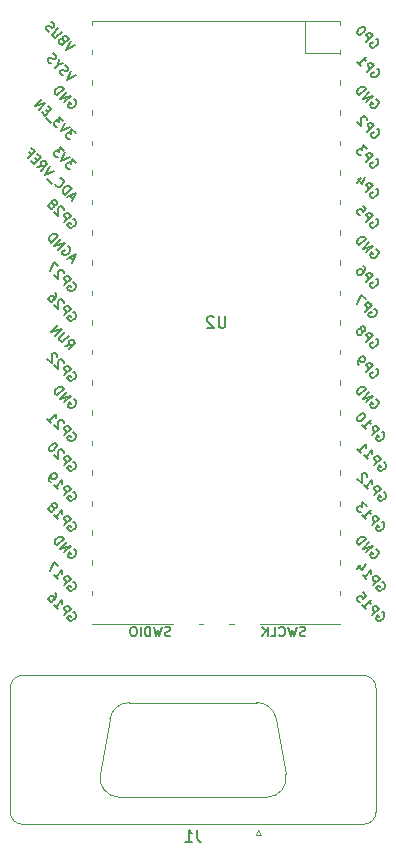
<source format=gbr>
%TF.GenerationSoftware,KiCad,Pcbnew,(5.1.10)-1*%
%TF.CreationDate,2021-12-02T15:45:15+11:00*%
%TF.ProjectId,BKM-10Rp2040,424b4d2d-3130-4527-9032-3034302e6b69,rev?*%
%TF.SameCoordinates,Original*%
%TF.FileFunction,Legend,Bot*%
%TF.FilePolarity,Positive*%
%FSLAX46Y46*%
G04 Gerber Fmt 4.6, Leading zero omitted, Abs format (unit mm)*
G04 Created by KiCad (PCBNEW (5.1.10)-1) date 2021-12-02 15:45:15*
%MOMM*%
%LPD*%
G01*
G04 APERTURE LIST*
%ADD10C,0.120000*%
%ADD11C,0.150000*%
G04 APERTURE END LIST*
D10*
%TO.C,U2*%
X140284999Y-74695000D02*
X119284999Y-74695000D01*
X133484999Y-125695000D02*
X140284999Y-125695000D01*
X140284999Y-77362000D02*
X137277999Y-77362000D01*
X137277999Y-77362000D02*
X137277999Y-74695000D01*
X140284999Y-74695000D02*
X140284999Y-74995000D01*
X140284999Y-77095000D02*
X140284999Y-77495000D01*
X140284999Y-79695000D02*
X140284999Y-80095000D01*
X140284999Y-82195000D02*
X140284999Y-82595000D01*
X140284999Y-84795000D02*
X140284999Y-85195000D01*
X140284999Y-87295000D02*
X140284999Y-87695000D01*
X140284999Y-89795000D02*
X140284999Y-90195000D01*
X140284999Y-92395000D02*
X140284999Y-92795000D01*
X140284999Y-94895000D02*
X140284999Y-95295000D01*
X140284999Y-97495000D02*
X140284999Y-97895000D01*
X140284999Y-99995000D02*
X140284999Y-100395000D01*
X140284999Y-102495000D02*
X140284999Y-102895000D01*
X140284999Y-105095000D02*
X140284999Y-105495000D01*
X140284999Y-107595000D02*
X140284999Y-107995000D01*
X140284999Y-110195000D02*
X140284999Y-110595000D01*
X140284999Y-112695000D02*
X140284999Y-113095000D01*
X140284999Y-115295000D02*
X140284999Y-115695000D01*
X140284999Y-117795000D02*
X140284999Y-118195000D01*
X140284999Y-120295000D02*
X140284999Y-120695000D01*
X140284999Y-122895000D02*
X140284999Y-123295000D01*
X119284999Y-89795000D02*
X119284999Y-90195000D01*
X119284999Y-94895000D02*
X119284999Y-95295000D01*
X119284999Y-102495000D02*
X119284999Y-102895000D01*
X119284999Y-110195000D02*
X119284999Y-110595000D01*
X119284999Y-79695000D02*
X119284999Y-80095000D01*
X119284999Y-77095000D02*
X119284999Y-77495000D01*
X119284999Y-84795000D02*
X119284999Y-85195000D01*
X119284999Y-117795000D02*
X119284999Y-118195000D01*
X119284999Y-122895000D02*
X119284999Y-123295000D01*
X119284999Y-120295000D02*
X119284999Y-120695000D01*
X119284999Y-105095000D02*
X119284999Y-105495000D01*
X119284999Y-99995000D02*
X119284999Y-100395000D01*
X119284999Y-87295000D02*
X119284999Y-87695000D01*
X119284999Y-92395000D02*
X119284999Y-92795000D01*
X119284999Y-112695000D02*
X119284999Y-113095000D01*
X119284999Y-97495000D02*
X119284999Y-97895000D01*
X119284999Y-74695000D02*
X119284999Y-74995000D01*
X119284999Y-82195000D02*
X119284999Y-82595000D01*
X119284999Y-107595000D02*
X119284999Y-107995000D01*
X119284999Y-115295000D02*
X119284999Y-115695000D01*
X119284999Y-125695000D02*
X126084999Y-125695000D01*
X131284999Y-125695000D02*
X130884999Y-125695000D01*
X128684999Y-125695000D02*
X128284999Y-125695000D01*
%TO.C,J1*%
X119943530Y-138436744D02*
X120772267Y-133736744D01*
X135676470Y-138436744D02*
X134847733Y-133736744D01*
X122407048Y-132365000D02*
X133212952Y-132365000D01*
X121578311Y-140385000D02*
X134041689Y-140385000D01*
X133350000Y-143146325D02*
X133100000Y-143579338D01*
X133600000Y-143579338D02*
X133350000Y-143146325D01*
X133100000Y-143579338D02*
X133600000Y-143579338D01*
X112325000Y-131125000D02*
X112325000Y-141625000D01*
X142235000Y-130065000D02*
X113385000Y-130065000D01*
X143295000Y-141625000D02*
X143295000Y-131125000D01*
X113385000Y-142685000D02*
X142235000Y-142685000D01*
X134847733Y-133736744D02*
G75*
G03*
X133212952Y-132365000I-1634781J-288256D01*
G01*
X120772267Y-133736744D02*
G75*
G02*
X122407048Y-132365000I1634781J-288256D01*
G01*
X135676470Y-138436744D02*
G75*
G02*
X134041689Y-140385000I-1634781J-288256D01*
G01*
X119943530Y-138436744D02*
G75*
G03*
X121578311Y-140385000I1634781J-288256D01*
G01*
X142235000Y-130065000D02*
G75*
G02*
X143295000Y-131125000I0J-1060000D01*
G01*
X113385000Y-130065000D02*
G75*
G03*
X112325000Y-131125000I0J-1060000D01*
G01*
X143295000Y-141625000D02*
G75*
G02*
X142235000Y-142685000I-1060000J0D01*
G01*
X113385000Y-142685000D02*
G75*
G02*
X112325000Y-141625000I0J1060000D01*
G01*
%TO.C,U2*%
D11*
X130546903Y-99647380D02*
X130546903Y-100456904D01*
X130499284Y-100552142D01*
X130451665Y-100599761D01*
X130356427Y-100647380D01*
X130165951Y-100647380D01*
X130070713Y-100599761D01*
X130023094Y-100552142D01*
X129975475Y-100456904D01*
X129975475Y-99647380D01*
X129546903Y-99742619D02*
X129499284Y-99695000D01*
X129404046Y-99647380D01*
X129165951Y-99647380D01*
X129070713Y-99695000D01*
X129023094Y-99742619D01*
X128975475Y-99837857D01*
X128975475Y-99933095D01*
X129023094Y-100075952D01*
X129594522Y-100647380D01*
X128975475Y-100647380D01*
X125880237Y-126718809D02*
X125765951Y-126756904D01*
X125575475Y-126756904D01*
X125499284Y-126718809D01*
X125461189Y-126680714D01*
X125423094Y-126604523D01*
X125423094Y-126528333D01*
X125461189Y-126452142D01*
X125499284Y-126414047D01*
X125575475Y-126375952D01*
X125727856Y-126337857D01*
X125804046Y-126299761D01*
X125842141Y-126261666D01*
X125880237Y-126185476D01*
X125880237Y-126109285D01*
X125842141Y-126033095D01*
X125804046Y-125995000D01*
X125727856Y-125956904D01*
X125537379Y-125956904D01*
X125423094Y-125995000D01*
X125156427Y-125956904D02*
X124965951Y-126756904D01*
X124813570Y-126185476D01*
X124661189Y-126756904D01*
X124470713Y-125956904D01*
X124165951Y-126756904D02*
X124165951Y-125956904D01*
X123975475Y-125956904D01*
X123861189Y-125995000D01*
X123784999Y-126071190D01*
X123746903Y-126147380D01*
X123708808Y-126299761D01*
X123708808Y-126414047D01*
X123746903Y-126566428D01*
X123784999Y-126642619D01*
X123861189Y-126718809D01*
X123975475Y-126756904D01*
X124165951Y-126756904D01*
X123365951Y-126756904D02*
X123365951Y-125956904D01*
X122832618Y-125956904D02*
X122680237Y-125956904D01*
X122604046Y-125995000D01*
X122527856Y-126071190D01*
X122489760Y-126223571D01*
X122489760Y-126490238D01*
X122527856Y-126642619D01*
X122604046Y-126718809D01*
X122680237Y-126756904D01*
X122832618Y-126756904D01*
X122908808Y-126718809D01*
X122984999Y-126642619D01*
X123023094Y-126490238D01*
X123023094Y-126223571D01*
X122984999Y-126071190D01*
X122908808Y-125995000D01*
X122832618Y-125956904D01*
X137294522Y-126718809D02*
X137180237Y-126756904D01*
X136989760Y-126756904D01*
X136913570Y-126718809D01*
X136875475Y-126680714D01*
X136837379Y-126604523D01*
X136837379Y-126528333D01*
X136875475Y-126452142D01*
X136913570Y-126414047D01*
X136989760Y-126375952D01*
X137142141Y-126337857D01*
X137218332Y-126299761D01*
X137256427Y-126261666D01*
X137294522Y-126185476D01*
X137294522Y-126109285D01*
X137256427Y-126033095D01*
X137218332Y-125995000D01*
X137142141Y-125956904D01*
X136951665Y-125956904D01*
X136837379Y-125995000D01*
X136570713Y-125956904D02*
X136380237Y-126756904D01*
X136227856Y-126185476D01*
X136075475Y-126756904D01*
X135884999Y-125956904D01*
X135123094Y-126680714D02*
X135161189Y-126718809D01*
X135275475Y-126756904D01*
X135351665Y-126756904D01*
X135465951Y-126718809D01*
X135542141Y-126642619D01*
X135580237Y-126566428D01*
X135618332Y-126414047D01*
X135618332Y-126299761D01*
X135580237Y-126147380D01*
X135542141Y-126071190D01*
X135465951Y-125995000D01*
X135351665Y-125956904D01*
X135275475Y-125956904D01*
X135161189Y-125995000D01*
X135123094Y-126033095D01*
X134399284Y-126756904D02*
X134780237Y-126756904D01*
X134780237Y-125956904D01*
X134132618Y-126756904D02*
X134132618Y-125956904D01*
X133675475Y-126756904D02*
X134018332Y-126299761D01*
X133675475Y-125956904D02*
X134132618Y-126414047D01*
X117633401Y-94935964D02*
X117364027Y-94666590D01*
X117525652Y-95151463D02*
X117902775Y-94397216D01*
X117148528Y-94774340D01*
X117202403Y-93750719D02*
X117283215Y-93777656D01*
X117364027Y-93858468D01*
X117417902Y-93966218D01*
X117417902Y-94073967D01*
X117390965Y-94154780D01*
X117310153Y-94289467D01*
X117229340Y-94370279D01*
X117094653Y-94451091D01*
X117013841Y-94478028D01*
X116906092Y-94478028D01*
X116798342Y-94424154D01*
X116744467Y-94370279D01*
X116690592Y-94262529D01*
X116690592Y-94208654D01*
X116879154Y-94020093D01*
X116986904Y-94127842D01*
X116394281Y-94020093D02*
X116959966Y-93454407D01*
X116071032Y-93696844D01*
X116636718Y-93131158D01*
X115801658Y-93427470D02*
X116367344Y-92861784D01*
X116232657Y-92727097D01*
X116124907Y-92673223D01*
X116017157Y-92673223D01*
X115936345Y-92700160D01*
X115801658Y-92780972D01*
X115720846Y-92861784D01*
X115640034Y-92996471D01*
X115613096Y-93077284D01*
X115613096Y-93185033D01*
X115666971Y-93292783D01*
X115801658Y-93427470D01*
X117698840Y-81293155D02*
X117779652Y-81320093D01*
X117860464Y-81400905D01*
X117914339Y-81508654D01*
X117914339Y-81616404D01*
X117887401Y-81697216D01*
X117806589Y-81831903D01*
X117725777Y-81912715D01*
X117591090Y-81993528D01*
X117510278Y-82020465D01*
X117402528Y-82020465D01*
X117294779Y-81966590D01*
X117240904Y-81912715D01*
X117187029Y-81804966D01*
X117187029Y-81751091D01*
X117375591Y-81562529D01*
X117483340Y-81670279D01*
X116890718Y-81562529D02*
X117456403Y-80996844D01*
X116567469Y-81239280D01*
X117133154Y-80673595D01*
X116298095Y-80969906D02*
X116863780Y-80404221D01*
X116729093Y-80269534D01*
X116621344Y-80215659D01*
X116513594Y-80215659D01*
X116432782Y-80242597D01*
X116298095Y-80323409D01*
X116217283Y-80404221D01*
X116136470Y-80538908D01*
X116109533Y-80619720D01*
X116109533Y-80727470D01*
X116163408Y-80835219D01*
X116298095Y-80969906D01*
X117698840Y-106693155D02*
X117779652Y-106720093D01*
X117860464Y-106800905D01*
X117914339Y-106908654D01*
X117914339Y-107016404D01*
X117887401Y-107097216D01*
X117806589Y-107231903D01*
X117725777Y-107312715D01*
X117591090Y-107393528D01*
X117510278Y-107420465D01*
X117402528Y-107420465D01*
X117294779Y-107366590D01*
X117240904Y-107312715D01*
X117187029Y-107204966D01*
X117187029Y-107151091D01*
X117375591Y-106962529D01*
X117483340Y-107070279D01*
X116890718Y-106962529D02*
X117456403Y-106396844D01*
X116567469Y-106639280D01*
X117133154Y-106073595D01*
X116298095Y-106369906D02*
X116863780Y-105804221D01*
X116729093Y-105669534D01*
X116621344Y-105615659D01*
X116513594Y-105615659D01*
X116432782Y-105642597D01*
X116298095Y-105723409D01*
X116217283Y-105804221D01*
X116136470Y-105938908D01*
X116109533Y-106019720D01*
X116109533Y-106127470D01*
X116163408Y-106235219D01*
X116298095Y-106369906D01*
X117698840Y-119393155D02*
X117779652Y-119420093D01*
X117860464Y-119500905D01*
X117914339Y-119608654D01*
X117914339Y-119716404D01*
X117887401Y-119797216D01*
X117806589Y-119931903D01*
X117725777Y-120012715D01*
X117591090Y-120093528D01*
X117510278Y-120120465D01*
X117402528Y-120120465D01*
X117294779Y-120066590D01*
X117240904Y-120012715D01*
X117187029Y-119904966D01*
X117187029Y-119851091D01*
X117375591Y-119662529D01*
X117483340Y-119770279D01*
X116890718Y-119662529D02*
X117456403Y-119096844D01*
X116567469Y-119339280D01*
X117133154Y-118773595D01*
X116298095Y-119069906D02*
X116863780Y-118504221D01*
X116729093Y-118369534D01*
X116621344Y-118315659D01*
X116513594Y-118315659D01*
X116432782Y-118342597D01*
X116298095Y-118423409D01*
X116217283Y-118504221D01*
X116136470Y-118638908D01*
X116109533Y-118719720D01*
X116109533Y-118827470D01*
X116163408Y-118935219D01*
X116298095Y-119069906D01*
X143298840Y-119393155D02*
X143379652Y-119420093D01*
X143460464Y-119500905D01*
X143514339Y-119608654D01*
X143514339Y-119716404D01*
X143487401Y-119797216D01*
X143406589Y-119931903D01*
X143325777Y-120012715D01*
X143191090Y-120093528D01*
X143110278Y-120120465D01*
X143002528Y-120120465D01*
X142894779Y-120066590D01*
X142840904Y-120012715D01*
X142787029Y-119904966D01*
X142787029Y-119851091D01*
X142975591Y-119662529D01*
X143083340Y-119770279D01*
X142490718Y-119662529D02*
X143056403Y-119096844D01*
X142167469Y-119339280D01*
X142733154Y-118773595D01*
X141898095Y-119069906D02*
X142463780Y-118504221D01*
X142329093Y-118369534D01*
X142221344Y-118315659D01*
X142113594Y-118315659D01*
X142032782Y-118342597D01*
X141898095Y-118423409D01*
X141817283Y-118504221D01*
X141736470Y-118638908D01*
X141709533Y-118719720D01*
X141709533Y-118827470D01*
X141763408Y-118935219D01*
X141898095Y-119069906D01*
X143298840Y-106693155D02*
X143379652Y-106720093D01*
X143460464Y-106800905D01*
X143514339Y-106908654D01*
X143514339Y-107016404D01*
X143487401Y-107097216D01*
X143406589Y-107231903D01*
X143325777Y-107312715D01*
X143191090Y-107393528D01*
X143110278Y-107420465D01*
X143002528Y-107420465D01*
X142894779Y-107366590D01*
X142840904Y-107312715D01*
X142787029Y-107204966D01*
X142787029Y-107151091D01*
X142975591Y-106962529D01*
X143083340Y-107070279D01*
X142490718Y-106962529D02*
X143056403Y-106396844D01*
X142167469Y-106639280D01*
X142733154Y-106073595D01*
X141898095Y-106369906D02*
X142463780Y-105804221D01*
X142329093Y-105669534D01*
X142221344Y-105615659D01*
X142113594Y-105615659D01*
X142032782Y-105642597D01*
X141898095Y-105723409D01*
X141817283Y-105804221D01*
X141736470Y-105938908D01*
X141709533Y-106019720D01*
X141709533Y-106127470D01*
X141763408Y-106235219D01*
X141898095Y-106369906D01*
X143298840Y-93993155D02*
X143379652Y-94020093D01*
X143460464Y-94100905D01*
X143514339Y-94208654D01*
X143514339Y-94316404D01*
X143487401Y-94397216D01*
X143406589Y-94531903D01*
X143325777Y-94612715D01*
X143191090Y-94693528D01*
X143110278Y-94720465D01*
X143002528Y-94720465D01*
X142894779Y-94666590D01*
X142840904Y-94612715D01*
X142787029Y-94504966D01*
X142787029Y-94451091D01*
X142975591Y-94262529D01*
X143083340Y-94370279D01*
X142490718Y-94262529D02*
X143056403Y-93696844D01*
X142167469Y-93939280D01*
X142733154Y-93373595D01*
X141898095Y-93669906D02*
X142463780Y-93104221D01*
X142329093Y-92969534D01*
X142221344Y-92915659D01*
X142113594Y-92915659D01*
X142032782Y-92942597D01*
X141898095Y-93023409D01*
X141817283Y-93104221D01*
X141736470Y-93238908D01*
X141709533Y-93319720D01*
X141709533Y-93427470D01*
X141763408Y-93535219D01*
X141898095Y-93669906D01*
X143298840Y-81293155D02*
X143379652Y-81320093D01*
X143460464Y-81400905D01*
X143514339Y-81508654D01*
X143514339Y-81616404D01*
X143487401Y-81697216D01*
X143406589Y-81831903D01*
X143325777Y-81912715D01*
X143191090Y-81993528D01*
X143110278Y-82020465D01*
X143002528Y-82020465D01*
X142894779Y-81966590D01*
X142840904Y-81912715D01*
X142787029Y-81804966D01*
X142787029Y-81751091D01*
X142975591Y-81562529D01*
X143083340Y-81670279D01*
X142490718Y-81562529D02*
X143056403Y-80996844D01*
X142167469Y-81239280D01*
X142733154Y-80673595D01*
X141898095Y-80969906D02*
X142463780Y-80404221D01*
X142329093Y-80269534D01*
X142221344Y-80215659D01*
X142113594Y-80215659D01*
X142032782Y-80242597D01*
X141898095Y-80323409D01*
X141817283Y-80404221D01*
X141736470Y-80538908D01*
X141709533Y-80619720D01*
X141709533Y-80727470D01*
X141763408Y-80835219D01*
X141898095Y-80969906D01*
X117831869Y-76722309D02*
X117077621Y-77099433D01*
X117454745Y-76345186D01*
X116808247Y-76237436D02*
X116700498Y-76183561D01*
X116646623Y-76183561D01*
X116565811Y-76210499D01*
X116484999Y-76291311D01*
X116458061Y-76372123D01*
X116458061Y-76425998D01*
X116484999Y-76506810D01*
X116700498Y-76722309D01*
X117266183Y-76156624D01*
X117077621Y-75968062D01*
X116996809Y-75941125D01*
X116942934Y-75941125D01*
X116862122Y-75968062D01*
X116808247Y-76021937D01*
X116781310Y-76102749D01*
X116781310Y-76156624D01*
X116808247Y-76237436D01*
X116996809Y-76425998D01*
X116700498Y-75590938D02*
X116242562Y-76048874D01*
X116161750Y-76075812D01*
X116107875Y-76075812D01*
X116027063Y-76048874D01*
X115919313Y-75941125D01*
X115892376Y-75860312D01*
X115892376Y-75806438D01*
X115919313Y-75725625D01*
X116377249Y-75267690D01*
X115596064Y-75564001D02*
X115488315Y-75510126D01*
X115353628Y-75375439D01*
X115326690Y-75294627D01*
X115326690Y-75240752D01*
X115353628Y-75159940D01*
X115407502Y-75106065D01*
X115488315Y-75079128D01*
X115542189Y-75079128D01*
X115623002Y-75106065D01*
X115757689Y-75186877D01*
X115838501Y-75213815D01*
X115892376Y-75213815D01*
X115973188Y-75186877D01*
X116027063Y-75133003D01*
X116054000Y-75052190D01*
X116054000Y-74998316D01*
X116027063Y-74917503D01*
X115892376Y-74782816D01*
X115784626Y-74728942D01*
X117864525Y-79264966D02*
X117110278Y-79642089D01*
X117487401Y-78887842D01*
X116787029Y-79264966D02*
X116679279Y-79211091D01*
X116544592Y-79076404D01*
X116517655Y-78995592D01*
X116517655Y-78941717D01*
X116544592Y-78860905D01*
X116598467Y-78807030D01*
X116679279Y-78780093D01*
X116733154Y-78780093D01*
X116813966Y-78807030D01*
X116948653Y-78887842D01*
X117029466Y-78914780D01*
X117083340Y-78914780D01*
X117164153Y-78887842D01*
X117218027Y-78833967D01*
X117244965Y-78753155D01*
X117244965Y-78699280D01*
X117218027Y-78618468D01*
X117083340Y-78483781D01*
X116975591Y-78429906D01*
X116356031Y-78349094D02*
X116086657Y-78618468D01*
X116840904Y-78241345D02*
X116356031Y-78349094D01*
X116463780Y-77864221D01*
X115763408Y-78241345D02*
X115655658Y-78187470D01*
X115520971Y-78052783D01*
X115494034Y-77971971D01*
X115494034Y-77918096D01*
X115520971Y-77837284D01*
X115574846Y-77783409D01*
X115655658Y-77756471D01*
X115709533Y-77756471D01*
X115790345Y-77783409D01*
X115925032Y-77864221D01*
X116005844Y-77891158D01*
X116059719Y-77891158D01*
X116140531Y-77864221D01*
X116194406Y-77810346D01*
X116221344Y-77729534D01*
X116221344Y-77675659D01*
X116194406Y-77594847D01*
X116059719Y-77460160D01*
X115951970Y-77406285D01*
X117862867Y-84153308D02*
X117512681Y-83803122D01*
X117485743Y-84207183D01*
X117404931Y-84126370D01*
X117324119Y-84099433D01*
X117270244Y-84099433D01*
X117189432Y-84126370D01*
X117054745Y-84261057D01*
X117027808Y-84341870D01*
X117027808Y-84395744D01*
X117054745Y-84476557D01*
X117216369Y-84638181D01*
X117297182Y-84665118D01*
X117351056Y-84665118D01*
X117351056Y-83641497D02*
X116596809Y-84018621D01*
X116973933Y-83264374D01*
X116839246Y-83129687D02*
X116489060Y-82779500D01*
X116462122Y-83183561D01*
X116381310Y-83102749D01*
X116300498Y-83075812D01*
X116246623Y-83075812D01*
X116165811Y-83102749D01*
X116031124Y-83237436D01*
X116004186Y-83318248D01*
X116004186Y-83372123D01*
X116031124Y-83452935D01*
X116192748Y-83614560D01*
X116273560Y-83641497D01*
X116327435Y-83641497D01*
X115761750Y-83291311D02*
X115330751Y-82860312D01*
X115546250Y-82375439D02*
X115357689Y-82186877D01*
X114980565Y-82402377D02*
X115249939Y-82671751D01*
X115815624Y-82106065D01*
X115546250Y-81836691D01*
X114738128Y-82159940D02*
X115303814Y-81594255D01*
X114414880Y-81836691D01*
X114980565Y-81271006D01*
X117895151Y-86685592D02*
X117544965Y-86335406D01*
X117518027Y-86739467D01*
X117437215Y-86658654D01*
X117356403Y-86631717D01*
X117302528Y-86631717D01*
X117221716Y-86658654D01*
X117087029Y-86793341D01*
X117060092Y-86874154D01*
X117060092Y-86928028D01*
X117087029Y-87008841D01*
X117248653Y-87170465D01*
X117329466Y-87197402D01*
X117383340Y-87197402D01*
X117383340Y-86173781D02*
X116629093Y-86550905D01*
X117006217Y-85796658D01*
X116871530Y-85661971D02*
X116521344Y-85311784D01*
X116494406Y-85715845D01*
X116413594Y-85635033D01*
X116332782Y-85608096D01*
X116278907Y-85608096D01*
X116198095Y-85635033D01*
X116063408Y-85769720D01*
X116036470Y-85850532D01*
X116036470Y-85904407D01*
X116063408Y-85985219D01*
X116225032Y-86146844D01*
X116305844Y-86173781D01*
X116359719Y-86173781D01*
X117630210Y-89728773D02*
X117360836Y-89459399D01*
X117522461Y-89944272D02*
X117899584Y-89190025D01*
X117145337Y-89567149D01*
X116956775Y-89378587D02*
X117522461Y-88812902D01*
X117387774Y-88678215D01*
X117280024Y-88624340D01*
X117172275Y-88624340D01*
X117091462Y-88651277D01*
X116956775Y-88732089D01*
X116875963Y-88812902D01*
X116795151Y-88947589D01*
X116768214Y-89028401D01*
X116768214Y-89136150D01*
X116822088Y-89243900D01*
X116956775Y-89378587D01*
X116121716Y-88435778D02*
X116121716Y-88489653D01*
X116175591Y-88597402D01*
X116229466Y-88651277D01*
X116337215Y-88705152D01*
X116444965Y-88705152D01*
X116525777Y-88678215D01*
X116660464Y-88597402D01*
X116741276Y-88516590D01*
X116822088Y-88381903D01*
X116849026Y-88301091D01*
X116849026Y-88193341D01*
X116795151Y-88085592D01*
X116741276Y-88031717D01*
X116633527Y-87977842D01*
X116579652Y-87977842D01*
X115906217Y-88435778D02*
X115475218Y-88004780D01*
X116040904Y-87331345D02*
X115286657Y-87708468D01*
X115663780Y-86954221D01*
X114586284Y-87008096D02*
X115044220Y-86927284D01*
X114909533Y-87331345D02*
X115475218Y-86765659D01*
X115259719Y-86550160D01*
X115178907Y-86523223D01*
X115125032Y-86523223D01*
X115044220Y-86550160D01*
X114963408Y-86630972D01*
X114936470Y-86711784D01*
X114936470Y-86765659D01*
X114963408Y-86846471D01*
X115178907Y-87061971D01*
X114640159Y-86469348D02*
X114451597Y-86280786D01*
X114074474Y-86496285D02*
X114343848Y-86765659D01*
X114909533Y-86199974D01*
X114640159Y-85930600D01*
X113939787Y-85768975D02*
X114128348Y-85957537D01*
X113832037Y-86253849D02*
X114397722Y-85688163D01*
X114128348Y-85418789D01*
X117687276Y-91441592D02*
X117768088Y-91468529D01*
X117848901Y-91549341D01*
X117902775Y-91657091D01*
X117902775Y-91764841D01*
X117875838Y-91845653D01*
X117795026Y-91980340D01*
X117714214Y-92061152D01*
X117579527Y-92141964D01*
X117498714Y-92168902D01*
X117390965Y-92168902D01*
X117283215Y-92115027D01*
X117229340Y-92061152D01*
X117175466Y-91953402D01*
X117175466Y-91899528D01*
X117364027Y-91710966D01*
X117471777Y-91818715D01*
X116879154Y-91710966D02*
X117444840Y-91145280D01*
X117229340Y-90929781D01*
X117148528Y-90902844D01*
X117094653Y-90902844D01*
X117013841Y-90929781D01*
X116933029Y-91010593D01*
X116906092Y-91091406D01*
X116906092Y-91145280D01*
X116933029Y-91226093D01*
X117148528Y-91441592D01*
X116852217Y-90660407D02*
X116852217Y-90606532D01*
X116825279Y-90525720D01*
X116690592Y-90391033D01*
X116609780Y-90364096D01*
X116555905Y-90364096D01*
X116475093Y-90391033D01*
X116421218Y-90444908D01*
X116367344Y-90552658D01*
X116367344Y-91199155D01*
X116017157Y-90848969D01*
X116017157Y-90202471D02*
X116097970Y-90229409D01*
X116151844Y-90229409D01*
X116232657Y-90202471D01*
X116259594Y-90175534D01*
X116286531Y-90094722D01*
X116286531Y-90040847D01*
X116259594Y-89960035D01*
X116151844Y-89852285D01*
X116071032Y-89825348D01*
X116017157Y-89825348D01*
X115936345Y-89852285D01*
X115909408Y-89879223D01*
X115882470Y-89960035D01*
X115882470Y-90013910D01*
X115909408Y-90094722D01*
X116017157Y-90202471D01*
X116044095Y-90283284D01*
X116044095Y-90337158D01*
X116017157Y-90417971D01*
X115909408Y-90525720D01*
X115828596Y-90552658D01*
X115774721Y-90552658D01*
X115693909Y-90525720D01*
X115586159Y-90417971D01*
X115559222Y-90337158D01*
X115559222Y-90283284D01*
X115586159Y-90202471D01*
X115693909Y-90094722D01*
X115774721Y-90067784D01*
X115828596Y-90067784D01*
X115909408Y-90094722D01*
X117687276Y-96785592D02*
X117768088Y-96812529D01*
X117848901Y-96893341D01*
X117902775Y-97001091D01*
X117902775Y-97108841D01*
X117875838Y-97189653D01*
X117795026Y-97324340D01*
X117714214Y-97405152D01*
X117579527Y-97485964D01*
X117498714Y-97512902D01*
X117390965Y-97512902D01*
X117283215Y-97459027D01*
X117229340Y-97405152D01*
X117175466Y-97297402D01*
X117175466Y-97243528D01*
X117364027Y-97054966D01*
X117471777Y-97162715D01*
X116879154Y-97054966D02*
X117444840Y-96489280D01*
X117229340Y-96273781D01*
X117148528Y-96246844D01*
X117094653Y-96246844D01*
X117013841Y-96273781D01*
X116933029Y-96354593D01*
X116906092Y-96435406D01*
X116906092Y-96489280D01*
X116933029Y-96570093D01*
X117148528Y-96785592D01*
X116852217Y-96004407D02*
X116852217Y-95950532D01*
X116825279Y-95869720D01*
X116690592Y-95735033D01*
X116609780Y-95708096D01*
X116555905Y-95708096D01*
X116475093Y-95735033D01*
X116421218Y-95788908D01*
X116367344Y-95896658D01*
X116367344Y-96543155D01*
X116017157Y-96192969D01*
X116394281Y-95438722D02*
X116017157Y-95061598D01*
X115693909Y-95869720D01*
X117687276Y-99315592D02*
X117768088Y-99342529D01*
X117848901Y-99423341D01*
X117902775Y-99531091D01*
X117902775Y-99638841D01*
X117875838Y-99719653D01*
X117795026Y-99854340D01*
X117714214Y-99935152D01*
X117579527Y-100015964D01*
X117498714Y-100042902D01*
X117390965Y-100042902D01*
X117283215Y-99989027D01*
X117229340Y-99935152D01*
X117175466Y-99827402D01*
X117175466Y-99773528D01*
X117364027Y-99584966D01*
X117471777Y-99692715D01*
X116879154Y-99584966D02*
X117444840Y-99019280D01*
X117229340Y-98803781D01*
X117148528Y-98776844D01*
X117094653Y-98776844D01*
X117013841Y-98803781D01*
X116933029Y-98884593D01*
X116906092Y-98965406D01*
X116906092Y-99019280D01*
X116933029Y-99100093D01*
X117148528Y-99315592D01*
X116852217Y-98534407D02*
X116852217Y-98480532D01*
X116825279Y-98399720D01*
X116690592Y-98265033D01*
X116609780Y-98238096D01*
X116555905Y-98238096D01*
X116475093Y-98265033D01*
X116421218Y-98318908D01*
X116367344Y-98426658D01*
X116367344Y-99073155D01*
X116017157Y-98722969D01*
X116097970Y-97672410D02*
X116205719Y-97780160D01*
X116232657Y-97860972D01*
X116232657Y-97914847D01*
X116205719Y-98049534D01*
X116124907Y-98184221D01*
X115909408Y-98399720D01*
X115828596Y-98426658D01*
X115774721Y-98426658D01*
X115693909Y-98399720D01*
X115586159Y-98291971D01*
X115559222Y-98211158D01*
X115559222Y-98157284D01*
X115586159Y-98076471D01*
X115720846Y-97941784D01*
X115801658Y-97914847D01*
X115855533Y-97914847D01*
X115936345Y-97941784D01*
X116044095Y-98049534D01*
X116071032Y-98130346D01*
X116071032Y-98184221D01*
X116044095Y-98265033D01*
X116946623Y-102138435D02*
X117404559Y-102057622D01*
X117269872Y-102461683D02*
X117835557Y-101895998D01*
X117620058Y-101680499D01*
X117539246Y-101653561D01*
X117485371Y-101653561D01*
X117404559Y-101680499D01*
X117323747Y-101761311D01*
X117296809Y-101842123D01*
X117296809Y-101895998D01*
X117323747Y-101976810D01*
X117539246Y-102192309D01*
X117269872Y-101330312D02*
X116811936Y-101788248D01*
X116731124Y-101815186D01*
X116677249Y-101815186D01*
X116596437Y-101788248D01*
X116488687Y-101680499D01*
X116461750Y-101599687D01*
X116461750Y-101545812D01*
X116488687Y-101465000D01*
X116946623Y-101007064D01*
X116111563Y-101303375D02*
X116677249Y-100737690D01*
X115788315Y-100980126D01*
X116354000Y-100414441D01*
X117687276Y-104395592D02*
X117768088Y-104422529D01*
X117848901Y-104503341D01*
X117902775Y-104611091D01*
X117902775Y-104718841D01*
X117875838Y-104799653D01*
X117795026Y-104934340D01*
X117714214Y-105015152D01*
X117579527Y-105095964D01*
X117498714Y-105122902D01*
X117390965Y-105122902D01*
X117283215Y-105069027D01*
X117229340Y-105015152D01*
X117175466Y-104907402D01*
X117175466Y-104853528D01*
X117364027Y-104664966D01*
X117471777Y-104772715D01*
X116879154Y-104664966D02*
X117444840Y-104099280D01*
X117229340Y-103883781D01*
X117148528Y-103856844D01*
X117094653Y-103856844D01*
X117013841Y-103883781D01*
X116933029Y-103964593D01*
X116906092Y-104045406D01*
X116906092Y-104099280D01*
X116933029Y-104180093D01*
X117148528Y-104395592D01*
X116852217Y-103614407D02*
X116852217Y-103560532D01*
X116825279Y-103479720D01*
X116690592Y-103345033D01*
X116609780Y-103318096D01*
X116555905Y-103318096D01*
X116475093Y-103345033D01*
X116421218Y-103398908D01*
X116367344Y-103506658D01*
X116367344Y-104153155D01*
X116017157Y-103802969D01*
X116313469Y-103075659D02*
X116313469Y-103021784D01*
X116286531Y-102940972D01*
X116151844Y-102806285D01*
X116071032Y-102779348D01*
X116017157Y-102779348D01*
X115936345Y-102806285D01*
X115882470Y-102860160D01*
X115828596Y-102967910D01*
X115828596Y-103614407D01*
X115478409Y-103264221D01*
X117687276Y-109485592D02*
X117768088Y-109512529D01*
X117848901Y-109593341D01*
X117902775Y-109701091D01*
X117902775Y-109808841D01*
X117875838Y-109889653D01*
X117795026Y-110024340D01*
X117714214Y-110105152D01*
X117579527Y-110185964D01*
X117498714Y-110212902D01*
X117390965Y-110212902D01*
X117283215Y-110159027D01*
X117229340Y-110105152D01*
X117175466Y-109997402D01*
X117175466Y-109943528D01*
X117364027Y-109754966D01*
X117471777Y-109862715D01*
X116879154Y-109754966D02*
X117444840Y-109189280D01*
X117229340Y-108973781D01*
X117148528Y-108946844D01*
X117094653Y-108946844D01*
X117013841Y-108973781D01*
X116933029Y-109054593D01*
X116906092Y-109135406D01*
X116906092Y-109189280D01*
X116933029Y-109270093D01*
X117148528Y-109485592D01*
X116852217Y-108704407D02*
X116852217Y-108650532D01*
X116825279Y-108569720D01*
X116690592Y-108435033D01*
X116609780Y-108408096D01*
X116555905Y-108408096D01*
X116475093Y-108435033D01*
X116421218Y-108488908D01*
X116367344Y-108596658D01*
X116367344Y-109243155D01*
X116017157Y-108892969D01*
X115478409Y-108354221D02*
X115801658Y-108677470D01*
X115640034Y-108515845D02*
X116205719Y-107950160D01*
X116178782Y-108084847D01*
X116178782Y-108192597D01*
X116205719Y-108273409D01*
X117687276Y-112015592D02*
X117768088Y-112042529D01*
X117848901Y-112123341D01*
X117902775Y-112231091D01*
X117902775Y-112338841D01*
X117875838Y-112419653D01*
X117795026Y-112554340D01*
X117714214Y-112635152D01*
X117579527Y-112715964D01*
X117498714Y-112742902D01*
X117390965Y-112742902D01*
X117283215Y-112689027D01*
X117229340Y-112635152D01*
X117175466Y-112527402D01*
X117175466Y-112473528D01*
X117364027Y-112284966D01*
X117471777Y-112392715D01*
X116879154Y-112284966D02*
X117444840Y-111719280D01*
X117229340Y-111503781D01*
X117148528Y-111476844D01*
X117094653Y-111476844D01*
X117013841Y-111503781D01*
X116933029Y-111584593D01*
X116906092Y-111665406D01*
X116906092Y-111719280D01*
X116933029Y-111800093D01*
X117148528Y-112015592D01*
X116852217Y-111234407D02*
X116852217Y-111180532D01*
X116825279Y-111099720D01*
X116690592Y-110965033D01*
X116609780Y-110938096D01*
X116555905Y-110938096D01*
X116475093Y-110965033D01*
X116421218Y-111018908D01*
X116367344Y-111126658D01*
X116367344Y-111773155D01*
X116017157Y-111422969D01*
X116232657Y-110507097D02*
X116178782Y-110453223D01*
X116097970Y-110426285D01*
X116044095Y-110426285D01*
X115963283Y-110453223D01*
X115828596Y-110534035D01*
X115693909Y-110668722D01*
X115613096Y-110803409D01*
X115586159Y-110884221D01*
X115586159Y-110938096D01*
X115613096Y-111018908D01*
X115666971Y-111072783D01*
X115747783Y-111099720D01*
X115801658Y-111099720D01*
X115882470Y-111072783D01*
X116017157Y-110991971D01*
X116151844Y-110857284D01*
X116232657Y-110722597D01*
X116259594Y-110641784D01*
X116259594Y-110587910D01*
X116232657Y-110507097D01*
X117687276Y-114555592D02*
X117768088Y-114582529D01*
X117848901Y-114663341D01*
X117902775Y-114771091D01*
X117902775Y-114878841D01*
X117875838Y-114959653D01*
X117795026Y-115094340D01*
X117714214Y-115175152D01*
X117579527Y-115255964D01*
X117498714Y-115282902D01*
X117390965Y-115282902D01*
X117283215Y-115229027D01*
X117229340Y-115175152D01*
X117175466Y-115067402D01*
X117175466Y-115013528D01*
X117364027Y-114824966D01*
X117471777Y-114932715D01*
X116879154Y-114824966D02*
X117444840Y-114259280D01*
X117229340Y-114043781D01*
X117148528Y-114016844D01*
X117094653Y-114016844D01*
X117013841Y-114043781D01*
X116933029Y-114124593D01*
X116906092Y-114205406D01*
X116906092Y-114259280D01*
X116933029Y-114340093D01*
X117148528Y-114555592D01*
X116017157Y-113962969D02*
X116340406Y-114286218D01*
X116178782Y-114124593D02*
X116744467Y-113558908D01*
X116717530Y-113693595D01*
X116717530Y-113801345D01*
X116744467Y-113882157D01*
X115747783Y-113693595D02*
X115640034Y-113585845D01*
X115613096Y-113505033D01*
X115613096Y-113451158D01*
X115640034Y-113316471D01*
X115720846Y-113181784D01*
X115936345Y-112966285D01*
X116017157Y-112939348D01*
X116071032Y-112939348D01*
X116151844Y-112966285D01*
X116259594Y-113074035D01*
X116286531Y-113154847D01*
X116286531Y-113208722D01*
X116259594Y-113289534D01*
X116124907Y-113424221D01*
X116044095Y-113451158D01*
X115990220Y-113451158D01*
X115909408Y-113424221D01*
X115801658Y-113316471D01*
X115774721Y-113235659D01*
X115774721Y-113181784D01*
X115801658Y-113100972D01*
X117687276Y-117095592D02*
X117768088Y-117122529D01*
X117848901Y-117203341D01*
X117902775Y-117311091D01*
X117902775Y-117418841D01*
X117875838Y-117499653D01*
X117795026Y-117634340D01*
X117714214Y-117715152D01*
X117579527Y-117795964D01*
X117498714Y-117822902D01*
X117390965Y-117822902D01*
X117283215Y-117769027D01*
X117229340Y-117715152D01*
X117175466Y-117607402D01*
X117175466Y-117553528D01*
X117364027Y-117364966D01*
X117471777Y-117472715D01*
X116879154Y-117364966D02*
X117444840Y-116799280D01*
X117229340Y-116583781D01*
X117148528Y-116556844D01*
X117094653Y-116556844D01*
X117013841Y-116583781D01*
X116933029Y-116664593D01*
X116906092Y-116745406D01*
X116906092Y-116799280D01*
X116933029Y-116880093D01*
X117148528Y-117095592D01*
X116017157Y-116502969D02*
X116340406Y-116826218D01*
X116178782Y-116664593D02*
X116744467Y-116098908D01*
X116717530Y-116233595D01*
X116717530Y-116341345D01*
X116744467Y-116422157D01*
X116017157Y-115856471D02*
X116097970Y-115883409D01*
X116151844Y-115883409D01*
X116232657Y-115856471D01*
X116259594Y-115829534D01*
X116286531Y-115748722D01*
X116286531Y-115694847D01*
X116259594Y-115614035D01*
X116151844Y-115506285D01*
X116071032Y-115479348D01*
X116017157Y-115479348D01*
X115936345Y-115506285D01*
X115909408Y-115533223D01*
X115882470Y-115614035D01*
X115882470Y-115667910D01*
X115909408Y-115748722D01*
X116017157Y-115856471D01*
X116044095Y-115937284D01*
X116044095Y-115991158D01*
X116017157Y-116071971D01*
X115909408Y-116179720D01*
X115828596Y-116206658D01*
X115774721Y-116206658D01*
X115693909Y-116179720D01*
X115586159Y-116071971D01*
X115559222Y-115991158D01*
X115559222Y-115937284D01*
X115586159Y-115856471D01*
X115693909Y-115748722D01*
X115774721Y-115721784D01*
X115828596Y-115721784D01*
X115909408Y-115748722D01*
X117687276Y-122175592D02*
X117768088Y-122202529D01*
X117848901Y-122283341D01*
X117902775Y-122391091D01*
X117902775Y-122498841D01*
X117875838Y-122579653D01*
X117795026Y-122714340D01*
X117714214Y-122795152D01*
X117579527Y-122875964D01*
X117498714Y-122902902D01*
X117390965Y-122902902D01*
X117283215Y-122849027D01*
X117229340Y-122795152D01*
X117175466Y-122687402D01*
X117175466Y-122633528D01*
X117364027Y-122444966D01*
X117471777Y-122552715D01*
X116879154Y-122444966D02*
X117444840Y-121879280D01*
X117229340Y-121663781D01*
X117148528Y-121636844D01*
X117094653Y-121636844D01*
X117013841Y-121663781D01*
X116933029Y-121744593D01*
X116906092Y-121825406D01*
X116906092Y-121879280D01*
X116933029Y-121960093D01*
X117148528Y-122175592D01*
X116017157Y-121582969D02*
X116340406Y-121906218D01*
X116178782Y-121744593D02*
X116744467Y-121178908D01*
X116717530Y-121313595D01*
X116717530Y-121421345D01*
X116744467Y-121502157D01*
X116394281Y-120828722D02*
X116017157Y-120451598D01*
X115693909Y-121259720D01*
X117687276Y-124715592D02*
X117768088Y-124742529D01*
X117848901Y-124823341D01*
X117902775Y-124931091D01*
X117902775Y-125038841D01*
X117875838Y-125119653D01*
X117795026Y-125254340D01*
X117714214Y-125335152D01*
X117579527Y-125415964D01*
X117498714Y-125442902D01*
X117390965Y-125442902D01*
X117283215Y-125389027D01*
X117229340Y-125335152D01*
X117175466Y-125227402D01*
X117175466Y-125173528D01*
X117364027Y-124984966D01*
X117471777Y-125092715D01*
X116879154Y-124984966D02*
X117444840Y-124419280D01*
X117229340Y-124203781D01*
X117148528Y-124176844D01*
X117094653Y-124176844D01*
X117013841Y-124203781D01*
X116933029Y-124284593D01*
X116906092Y-124365406D01*
X116906092Y-124419280D01*
X116933029Y-124500093D01*
X117148528Y-124715592D01*
X116017157Y-124122969D02*
X116340406Y-124446218D01*
X116178782Y-124284593D02*
X116744467Y-123718908D01*
X116717530Y-123853595D01*
X116717530Y-123961345D01*
X116744467Y-124042157D01*
X116097970Y-123072410D02*
X116205719Y-123180160D01*
X116232657Y-123260972D01*
X116232657Y-123314847D01*
X116205719Y-123449534D01*
X116124907Y-123584221D01*
X115909408Y-123799720D01*
X115828596Y-123826658D01*
X115774721Y-123826658D01*
X115693909Y-123799720D01*
X115586159Y-123691971D01*
X115559222Y-123611158D01*
X115559222Y-123557284D01*
X115586159Y-123476471D01*
X115720846Y-123341784D01*
X115801658Y-123314847D01*
X115855533Y-123314847D01*
X115936345Y-123341784D01*
X116044095Y-123449534D01*
X116071032Y-123530346D01*
X116071032Y-123584221D01*
X116044095Y-123665033D01*
X143795276Y-124715592D02*
X143876088Y-124742529D01*
X143956901Y-124823341D01*
X144010775Y-124931091D01*
X144010775Y-125038841D01*
X143983838Y-125119653D01*
X143903026Y-125254340D01*
X143822214Y-125335152D01*
X143687527Y-125415964D01*
X143606714Y-125442902D01*
X143498965Y-125442902D01*
X143391215Y-125389027D01*
X143337340Y-125335152D01*
X143283466Y-125227402D01*
X143283466Y-125173528D01*
X143472027Y-124984966D01*
X143579777Y-125092715D01*
X142987154Y-124984966D02*
X143552840Y-124419280D01*
X143337340Y-124203781D01*
X143256528Y-124176844D01*
X143202653Y-124176844D01*
X143121841Y-124203781D01*
X143041029Y-124284593D01*
X143014092Y-124365406D01*
X143014092Y-124419280D01*
X143041029Y-124500093D01*
X143256528Y-124715592D01*
X142125157Y-124122969D02*
X142448406Y-124446218D01*
X142286782Y-124284593D02*
X142852467Y-123718908D01*
X142825530Y-123853595D01*
X142825530Y-123961345D01*
X142852467Y-124042157D01*
X142179032Y-123045473D02*
X142448406Y-123314847D01*
X142205970Y-123611158D01*
X142205970Y-123557284D01*
X142179032Y-123476471D01*
X142044345Y-123341784D01*
X141963533Y-123314847D01*
X141909658Y-123314847D01*
X141828846Y-123341784D01*
X141694159Y-123476471D01*
X141667222Y-123557284D01*
X141667222Y-123611158D01*
X141694159Y-123691971D01*
X141828846Y-123826658D01*
X141909658Y-123853595D01*
X141963533Y-123853595D01*
X143841276Y-122175592D02*
X143922088Y-122202529D01*
X144002901Y-122283341D01*
X144056775Y-122391091D01*
X144056775Y-122498841D01*
X144029838Y-122579653D01*
X143949026Y-122714340D01*
X143868214Y-122795152D01*
X143733527Y-122875964D01*
X143652714Y-122902902D01*
X143544965Y-122902902D01*
X143437215Y-122849027D01*
X143383340Y-122795152D01*
X143329466Y-122687402D01*
X143329466Y-122633528D01*
X143518027Y-122444966D01*
X143625777Y-122552715D01*
X143033154Y-122444966D02*
X143598840Y-121879280D01*
X143383340Y-121663781D01*
X143302528Y-121636844D01*
X143248653Y-121636844D01*
X143167841Y-121663781D01*
X143087029Y-121744593D01*
X143060092Y-121825406D01*
X143060092Y-121879280D01*
X143087029Y-121960093D01*
X143302528Y-122175592D01*
X142171157Y-121582969D02*
X142494406Y-121906218D01*
X142332782Y-121744593D02*
X142898467Y-121178908D01*
X142871530Y-121313595D01*
X142871530Y-121421345D01*
X142898467Y-121502157D01*
X142063408Y-120720972D02*
X141686284Y-121098096D01*
X142413594Y-120640160D02*
X142144220Y-121178908D01*
X141794034Y-120828722D01*
X143795276Y-117095592D02*
X143876088Y-117122529D01*
X143956901Y-117203341D01*
X144010775Y-117311091D01*
X144010775Y-117418841D01*
X143983838Y-117499653D01*
X143903026Y-117634340D01*
X143822214Y-117715152D01*
X143687527Y-117795964D01*
X143606714Y-117822902D01*
X143498965Y-117822902D01*
X143391215Y-117769027D01*
X143337340Y-117715152D01*
X143283466Y-117607402D01*
X143283466Y-117553528D01*
X143472027Y-117364966D01*
X143579777Y-117472715D01*
X142987154Y-117364966D02*
X143552840Y-116799280D01*
X143337340Y-116583781D01*
X143256528Y-116556844D01*
X143202653Y-116556844D01*
X143121841Y-116583781D01*
X143041029Y-116664593D01*
X143014092Y-116745406D01*
X143014092Y-116799280D01*
X143041029Y-116880093D01*
X143256528Y-117095592D01*
X142125157Y-116502969D02*
X142448406Y-116826218D01*
X142286782Y-116664593D02*
X142852467Y-116098908D01*
X142825530Y-116233595D01*
X142825530Y-116341345D01*
X142852467Y-116422157D01*
X142502281Y-115748722D02*
X142152095Y-115398536D01*
X142125157Y-115802597D01*
X142044345Y-115721784D01*
X141963533Y-115694847D01*
X141909658Y-115694847D01*
X141828846Y-115721784D01*
X141694159Y-115856471D01*
X141667222Y-115937284D01*
X141667222Y-115991158D01*
X141694159Y-116071971D01*
X141855783Y-116233595D01*
X141936596Y-116260532D01*
X141990470Y-116260532D01*
X143941276Y-114555592D02*
X144022088Y-114582529D01*
X144102901Y-114663341D01*
X144156775Y-114771091D01*
X144156775Y-114878841D01*
X144129838Y-114959653D01*
X144049026Y-115094340D01*
X143968214Y-115175152D01*
X143833527Y-115255964D01*
X143752714Y-115282902D01*
X143644965Y-115282902D01*
X143537215Y-115229027D01*
X143483340Y-115175152D01*
X143429466Y-115067402D01*
X143429466Y-115013528D01*
X143618027Y-114824966D01*
X143725777Y-114932715D01*
X143133154Y-114824966D02*
X143698840Y-114259280D01*
X143483340Y-114043781D01*
X143402528Y-114016844D01*
X143348653Y-114016844D01*
X143267841Y-114043781D01*
X143187029Y-114124593D01*
X143160092Y-114205406D01*
X143160092Y-114259280D01*
X143187029Y-114340093D01*
X143402528Y-114555592D01*
X142271157Y-113962969D02*
X142594406Y-114286218D01*
X142432782Y-114124593D02*
X142998467Y-113558908D01*
X142971530Y-113693595D01*
X142971530Y-113801345D01*
X142998467Y-113882157D01*
X142567469Y-113235659D02*
X142567469Y-113181784D01*
X142540531Y-113100972D01*
X142405844Y-112966285D01*
X142325032Y-112939348D01*
X142271157Y-112939348D01*
X142190345Y-112966285D01*
X142136470Y-113020160D01*
X142082596Y-113127910D01*
X142082596Y-113774407D01*
X141732409Y-113424221D01*
X143941276Y-112015592D02*
X144022088Y-112042529D01*
X144102901Y-112123341D01*
X144156775Y-112231091D01*
X144156775Y-112338841D01*
X144129838Y-112419653D01*
X144049026Y-112554340D01*
X143968214Y-112635152D01*
X143833527Y-112715964D01*
X143752714Y-112742902D01*
X143644965Y-112742902D01*
X143537215Y-112689027D01*
X143483340Y-112635152D01*
X143429466Y-112527402D01*
X143429466Y-112473528D01*
X143618027Y-112284966D01*
X143725777Y-112392715D01*
X143133154Y-112284966D02*
X143698840Y-111719280D01*
X143483340Y-111503781D01*
X143402528Y-111476844D01*
X143348653Y-111476844D01*
X143267841Y-111503781D01*
X143187029Y-111584593D01*
X143160092Y-111665406D01*
X143160092Y-111719280D01*
X143187029Y-111800093D01*
X143402528Y-112015592D01*
X142271157Y-111422969D02*
X142594406Y-111746218D01*
X142432782Y-111584593D02*
X142998467Y-111018908D01*
X142971530Y-111153595D01*
X142971530Y-111261345D01*
X142998467Y-111342157D01*
X141732409Y-110884221D02*
X142055658Y-111207470D01*
X141894034Y-111045845D02*
X142459719Y-110480160D01*
X142432782Y-110614847D01*
X142432782Y-110722597D01*
X142459719Y-110803409D01*
X143795276Y-109475592D02*
X143876088Y-109502529D01*
X143956901Y-109583341D01*
X144010775Y-109691091D01*
X144010775Y-109798841D01*
X143983838Y-109879653D01*
X143903026Y-110014340D01*
X143822214Y-110095152D01*
X143687527Y-110175964D01*
X143606714Y-110202902D01*
X143498965Y-110202902D01*
X143391215Y-110149027D01*
X143337340Y-110095152D01*
X143283466Y-109987402D01*
X143283466Y-109933528D01*
X143472027Y-109744966D01*
X143579777Y-109852715D01*
X142987154Y-109744966D02*
X143552840Y-109179280D01*
X143337340Y-108963781D01*
X143256528Y-108936844D01*
X143202653Y-108936844D01*
X143121841Y-108963781D01*
X143041029Y-109044593D01*
X143014092Y-109125406D01*
X143014092Y-109179280D01*
X143041029Y-109260093D01*
X143256528Y-109475592D01*
X142125157Y-108882969D02*
X142448406Y-109206218D01*
X142286782Y-109044593D02*
X142852467Y-108478908D01*
X142825530Y-108613595D01*
X142825530Y-108721345D01*
X142852467Y-108802157D01*
X142340657Y-107967097D02*
X142286782Y-107913223D01*
X142205970Y-107886285D01*
X142152095Y-107886285D01*
X142071283Y-107913223D01*
X141936596Y-107994035D01*
X141801909Y-108128722D01*
X141721096Y-108263409D01*
X141694159Y-108344221D01*
X141694159Y-108398096D01*
X141721096Y-108478908D01*
X141774971Y-108532783D01*
X141855783Y-108559720D01*
X141909658Y-108559720D01*
X141990470Y-108532783D01*
X142125157Y-108451971D01*
X142259844Y-108317284D01*
X142340657Y-108182597D01*
X142367594Y-108101784D01*
X142367594Y-108047910D01*
X142340657Y-107967097D01*
X143271902Y-104126218D02*
X143352714Y-104153155D01*
X143433527Y-104233967D01*
X143487401Y-104341717D01*
X143487401Y-104449467D01*
X143460464Y-104530279D01*
X143379652Y-104664966D01*
X143298840Y-104745778D01*
X143164153Y-104826590D01*
X143083340Y-104853528D01*
X142975591Y-104853528D01*
X142867841Y-104799653D01*
X142813966Y-104745778D01*
X142760092Y-104638028D01*
X142760092Y-104584154D01*
X142948653Y-104395592D01*
X143056403Y-104503341D01*
X142463780Y-104395592D02*
X143029466Y-103829906D01*
X142813966Y-103614407D01*
X142733154Y-103587470D01*
X142679279Y-103587470D01*
X142598467Y-103614407D01*
X142517655Y-103695219D01*
X142490718Y-103776032D01*
X142490718Y-103829906D01*
X142517655Y-103910719D01*
X142733154Y-104126218D01*
X141871157Y-103802969D02*
X141763408Y-103695219D01*
X141736470Y-103614407D01*
X141736470Y-103560532D01*
X141763408Y-103425845D01*
X141844220Y-103291158D01*
X142059719Y-103075659D01*
X142140531Y-103048722D01*
X142194406Y-103048722D01*
X142275218Y-103075659D01*
X142382968Y-103183409D01*
X142409905Y-103264221D01*
X142409905Y-103318096D01*
X142382968Y-103398908D01*
X142248281Y-103533595D01*
X142167469Y-103560532D01*
X142113594Y-103560532D01*
X142032782Y-103533595D01*
X141925032Y-103425845D01*
X141898095Y-103345033D01*
X141898095Y-103291158D01*
X141925032Y-103210346D01*
X143271902Y-101586218D02*
X143352714Y-101613155D01*
X143433527Y-101693967D01*
X143487401Y-101801717D01*
X143487401Y-101909467D01*
X143460464Y-101990279D01*
X143379652Y-102124966D01*
X143298840Y-102205778D01*
X143164153Y-102286590D01*
X143083340Y-102313528D01*
X142975591Y-102313528D01*
X142867841Y-102259653D01*
X142813966Y-102205778D01*
X142760092Y-102098028D01*
X142760092Y-102044154D01*
X142948653Y-101855592D01*
X143056403Y-101963341D01*
X142463780Y-101855592D02*
X143029466Y-101289906D01*
X142813966Y-101074407D01*
X142733154Y-101047470D01*
X142679279Y-101047470D01*
X142598467Y-101074407D01*
X142517655Y-101155219D01*
X142490718Y-101236032D01*
X142490718Y-101289906D01*
X142517655Y-101370719D01*
X142733154Y-101586218D01*
X142140531Y-100885845D02*
X142221344Y-100912783D01*
X142275218Y-100912783D01*
X142356031Y-100885845D01*
X142382968Y-100858908D01*
X142409905Y-100778096D01*
X142409905Y-100724221D01*
X142382968Y-100643409D01*
X142275218Y-100535659D01*
X142194406Y-100508722D01*
X142140531Y-100508722D01*
X142059719Y-100535659D01*
X142032782Y-100562597D01*
X142005844Y-100643409D01*
X142005844Y-100697284D01*
X142032782Y-100778096D01*
X142140531Y-100885845D01*
X142167469Y-100966658D01*
X142167469Y-101020532D01*
X142140531Y-101101345D01*
X142032782Y-101209094D01*
X141951970Y-101236032D01*
X141898095Y-101236032D01*
X141817283Y-101209094D01*
X141709533Y-101101345D01*
X141682596Y-101020532D01*
X141682596Y-100966658D01*
X141709533Y-100885845D01*
X141817283Y-100778096D01*
X141898095Y-100751158D01*
X141951970Y-100751158D01*
X142032782Y-100778096D01*
X143171902Y-99016218D02*
X143252714Y-99043155D01*
X143333527Y-99123967D01*
X143387401Y-99231717D01*
X143387401Y-99339467D01*
X143360464Y-99420279D01*
X143279652Y-99554966D01*
X143198840Y-99635778D01*
X143064153Y-99716590D01*
X142983340Y-99743528D01*
X142875591Y-99743528D01*
X142767841Y-99689653D01*
X142713966Y-99635778D01*
X142660092Y-99528028D01*
X142660092Y-99474154D01*
X142848653Y-99285592D01*
X142956403Y-99393341D01*
X142363780Y-99285592D02*
X142929466Y-98719906D01*
X142713966Y-98504407D01*
X142633154Y-98477470D01*
X142579279Y-98477470D01*
X142498467Y-98504407D01*
X142417655Y-98585219D01*
X142390718Y-98666032D01*
X142390718Y-98719906D01*
X142417655Y-98800719D01*
X142633154Y-99016218D01*
X142417655Y-98208096D02*
X142040531Y-97830972D01*
X141717283Y-98639094D01*
X143271902Y-96506218D02*
X143352714Y-96533155D01*
X143433527Y-96613967D01*
X143487401Y-96721717D01*
X143487401Y-96829467D01*
X143460464Y-96910279D01*
X143379652Y-97044966D01*
X143298840Y-97125778D01*
X143164153Y-97206590D01*
X143083340Y-97233528D01*
X142975591Y-97233528D01*
X142867841Y-97179653D01*
X142813966Y-97125778D01*
X142760092Y-97018028D01*
X142760092Y-96964154D01*
X142948653Y-96775592D01*
X143056403Y-96883341D01*
X142463780Y-96775592D02*
X143029466Y-96209906D01*
X142813966Y-95994407D01*
X142733154Y-95967470D01*
X142679279Y-95967470D01*
X142598467Y-95994407D01*
X142517655Y-96075219D01*
X142490718Y-96156032D01*
X142490718Y-96209906D01*
X142517655Y-96290719D01*
X142733154Y-96506218D01*
X142221344Y-95401784D02*
X142329093Y-95509534D01*
X142356031Y-95590346D01*
X142356031Y-95644221D01*
X142329093Y-95778908D01*
X142248281Y-95913595D01*
X142032782Y-96129094D01*
X141951970Y-96156032D01*
X141898095Y-96156032D01*
X141817283Y-96129094D01*
X141709533Y-96021345D01*
X141682596Y-95940532D01*
X141682596Y-95886658D01*
X141709533Y-95805845D01*
X141844220Y-95671158D01*
X141925032Y-95644221D01*
X141978907Y-95644221D01*
X142059719Y-95671158D01*
X142167469Y-95778908D01*
X142194406Y-95859720D01*
X142194406Y-95913595D01*
X142167469Y-95994407D01*
X143271902Y-91426218D02*
X143352714Y-91453155D01*
X143433527Y-91533967D01*
X143487401Y-91641717D01*
X143487401Y-91749467D01*
X143460464Y-91830279D01*
X143379652Y-91964966D01*
X143298840Y-92045778D01*
X143164153Y-92126590D01*
X143083340Y-92153528D01*
X142975591Y-92153528D01*
X142867841Y-92099653D01*
X142813966Y-92045778D01*
X142760092Y-91938028D01*
X142760092Y-91884154D01*
X142948653Y-91695592D01*
X143056403Y-91803341D01*
X142463780Y-91695592D02*
X143029466Y-91129906D01*
X142813966Y-90914407D01*
X142733154Y-90887470D01*
X142679279Y-90887470D01*
X142598467Y-90914407D01*
X142517655Y-90995219D01*
X142490718Y-91076032D01*
X142490718Y-91129906D01*
X142517655Y-91210719D01*
X142733154Y-91426218D01*
X142194406Y-90294847D02*
X142463780Y-90564221D01*
X142221344Y-90860532D01*
X142221344Y-90806658D01*
X142194406Y-90725845D01*
X142059719Y-90591158D01*
X141978907Y-90564221D01*
X141925032Y-90564221D01*
X141844220Y-90591158D01*
X141709533Y-90725845D01*
X141682596Y-90806658D01*
X141682596Y-90860532D01*
X141709533Y-90941345D01*
X141844220Y-91076032D01*
X141925032Y-91102969D01*
X141978907Y-91102969D01*
X143271902Y-88886218D02*
X143352714Y-88913155D01*
X143433527Y-88993967D01*
X143487401Y-89101717D01*
X143487401Y-89209467D01*
X143460464Y-89290279D01*
X143379652Y-89424966D01*
X143298840Y-89505778D01*
X143164153Y-89586590D01*
X143083340Y-89613528D01*
X142975591Y-89613528D01*
X142867841Y-89559653D01*
X142813966Y-89505778D01*
X142760092Y-89398028D01*
X142760092Y-89344154D01*
X142948653Y-89155592D01*
X143056403Y-89263341D01*
X142463780Y-89155592D02*
X143029466Y-88589906D01*
X142813966Y-88374407D01*
X142733154Y-88347470D01*
X142679279Y-88347470D01*
X142598467Y-88374407D01*
X142517655Y-88455219D01*
X142490718Y-88536032D01*
X142490718Y-88589906D01*
X142517655Y-88670719D01*
X142733154Y-88886218D01*
X142032782Y-87970346D02*
X141655658Y-88347470D01*
X142382968Y-87889534D02*
X142113594Y-88428282D01*
X141763408Y-88078096D01*
X143271902Y-86346218D02*
X143352714Y-86373155D01*
X143433527Y-86453967D01*
X143487401Y-86561717D01*
X143487401Y-86669467D01*
X143460464Y-86750279D01*
X143379652Y-86884966D01*
X143298840Y-86965778D01*
X143164153Y-87046590D01*
X143083340Y-87073528D01*
X142975591Y-87073528D01*
X142867841Y-87019653D01*
X142813966Y-86965778D01*
X142760092Y-86858028D01*
X142760092Y-86804154D01*
X142948653Y-86615592D01*
X143056403Y-86723341D01*
X142463780Y-86615592D02*
X143029466Y-86049906D01*
X142813966Y-85834407D01*
X142733154Y-85807470D01*
X142679279Y-85807470D01*
X142598467Y-85834407D01*
X142517655Y-85915219D01*
X142490718Y-85996032D01*
X142490718Y-86049906D01*
X142517655Y-86130719D01*
X142733154Y-86346218D01*
X142517655Y-85538096D02*
X142167469Y-85187910D01*
X142140531Y-85591971D01*
X142059719Y-85511158D01*
X141978907Y-85484221D01*
X141925032Y-85484221D01*
X141844220Y-85511158D01*
X141709533Y-85645845D01*
X141682596Y-85726658D01*
X141682596Y-85780532D01*
X141709533Y-85861345D01*
X141871157Y-86022969D01*
X141951970Y-86049906D01*
X142005844Y-86049906D01*
X143271902Y-76186218D02*
X143352714Y-76213155D01*
X143433527Y-76293967D01*
X143487401Y-76401717D01*
X143487401Y-76509467D01*
X143460464Y-76590279D01*
X143379652Y-76724966D01*
X143298840Y-76805778D01*
X143164153Y-76886590D01*
X143083340Y-76913528D01*
X142975591Y-76913528D01*
X142867841Y-76859653D01*
X142813966Y-76805778D01*
X142760092Y-76698028D01*
X142760092Y-76644154D01*
X142948653Y-76455592D01*
X143056403Y-76563341D01*
X142463780Y-76455592D02*
X143029466Y-75889906D01*
X142813966Y-75674407D01*
X142733154Y-75647470D01*
X142679279Y-75647470D01*
X142598467Y-75674407D01*
X142517655Y-75755219D01*
X142490718Y-75836032D01*
X142490718Y-75889906D01*
X142517655Y-75970719D01*
X142733154Y-76186218D01*
X142356031Y-75216471D02*
X142302156Y-75162597D01*
X142221344Y-75135659D01*
X142167469Y-75135659D01*
X142086657Y-75162597D01*
X141951970Y-75243409D01*
X141817283Y-75378096D01*
X141736470Y-75512783D01*
X141709533Y-75593595D01*
X141709533Y-75647470D01*
X141736470Y-75728282D01*
X141790345Y-75782157D01*
X141871157Y-75809094D01*
X141925032Y-75809094D01*
X142005844Y-75782157D01*
X142140531Y-75701345D01*
X142275218Y-75566658D01*
X142356031Y-75431971D01*
X142382968Y-75351158D01*
X142382968Y-75297284D01*
X142356031Y-75216471D01*
X143371902Y-83806218D02*
X143452714Y-83833155D01*
X143533527Y-83913967D01*
X143587401Y-84021717D01*
X143587401Y-84129467D01*
X143560464Y-84210279D01*
X143479652Y-84344966D01*
X143398840Y-84425778D01*
X143264153Y-84506590D01*
X143183340Y-84533528D01*
X143075591Y-84533528D01*
X142967841Y-84479653D01*
X142913966Y-84425778D01*
X142860092Y-84318028D01*
X142860092Y-84264154D01*
X143048653Y-84075592D01*
X143156403Y-84183341D01*
X142563780Y-84075592D02*
X143129466Y-83509906D01*
X142913966Y-83294407D01*
X142833154Y-83267470D01*
X142779279Y-83267470D01*
X142698467Y-83294407D01*
X142617655Y-83375219D01*
X142590718Y-83456032D01*
X142590718Y-83509906D01*
X142617655Y-83590719D01*
X142833154Y-83806218D01*
X142536843Y-83025033D02*
X142536843Y-82971158D01*
X142509905Y-82890346D01*
X142375218Y-82755659D01*
X142294406Y-82728722D01*
X142240531Y-82728722D01*
X142159719Y-82755659D01*
X142105844Y-82809534D01*
X142051970Y-82917284D01*
X142051970Y-83563781D01*
X141701783Y-83213595D01*
X143371902Y-78716218D02*
X143452714Y-78743155D01*
X143533527Y-78823967D01*
X143587401Y-78931717D01*
X143587401Y-79039467D01*
X143560464Y-79120279D01*
X143479652Y-79254966D01*
X143398840Y-79335778D01*
X143264153Y-79416590D01*
X143183340Y-79443528D01*
X143075591Y-79443528D01*
X142967841Y-79389653D01*
X142913966Y-79335778D01*
X142860092Y-79228028D01*
X142860092Y-79174154D01*
X143048653Y-78985592D01*
X143156403Y-79093341D01*
X142563780Y-78985592D02*
X143129466Y-78419906D01*
X142913966Y-78204407D01*
X142833154Y-78177470D01*
X142779279Y-78177470D01*
X142698467Y-78204407D01*
X142617655Y-78285219D01*
X142590718Y-78366032D01*
X142590718Y-78419906D01*
X142617655Y-78500719D01*
X142833154Y-78716218D01*
X141701783Y-78123595D02*
X142025032Y-78446844D01*
X141863408Y-78285219D02*
X142429093Y-77719534D01*
X142402156Y-77854221D01*
X142402156Y-77961971D01*
X142429093Y-78042783D01*
%TO.C,J1*%
X128143333Y-143137380D02*
X128143333Y-143851666D01*
X128190952Y-143994523D01*
X128286190Y-144089761D01*
X128429047Y-144137380D01*
X128524285Y-144137380D01*
X127143333Y-144137380D02*
X127714761Y-144137380D01*
X127429047Y-144137380D02*
X127429047Y-143137380D01*
X127524285Y-143280238D01*
X127619523Y-143375476D01*
X127714761Y-143423095D01*
%TD*%
M02*

</source>
